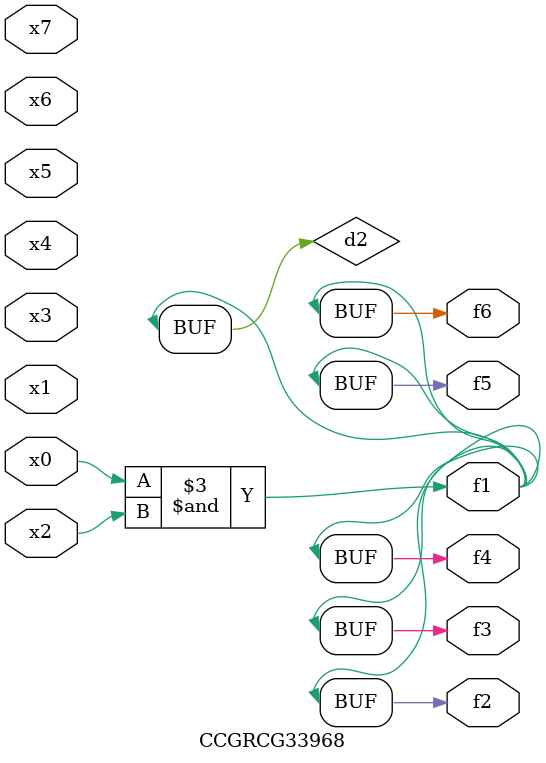
<source format=v>
module CCGRCG33968(
	input x0, x1, x2, x3, x4, x5, x6, x7,
	output f1, f2, f3, f4, f5, f6
);

	wire d1, d2;

	nor (d1, x3, x6);
	and (d2, x0, x2);
	assign f1 = d2;
	assign f2 = d2;
	assign f3 = d2;
	assign f4 = d2;
	assign f5 = d2;
	assign f6 = d2;
endmodule

</source>
